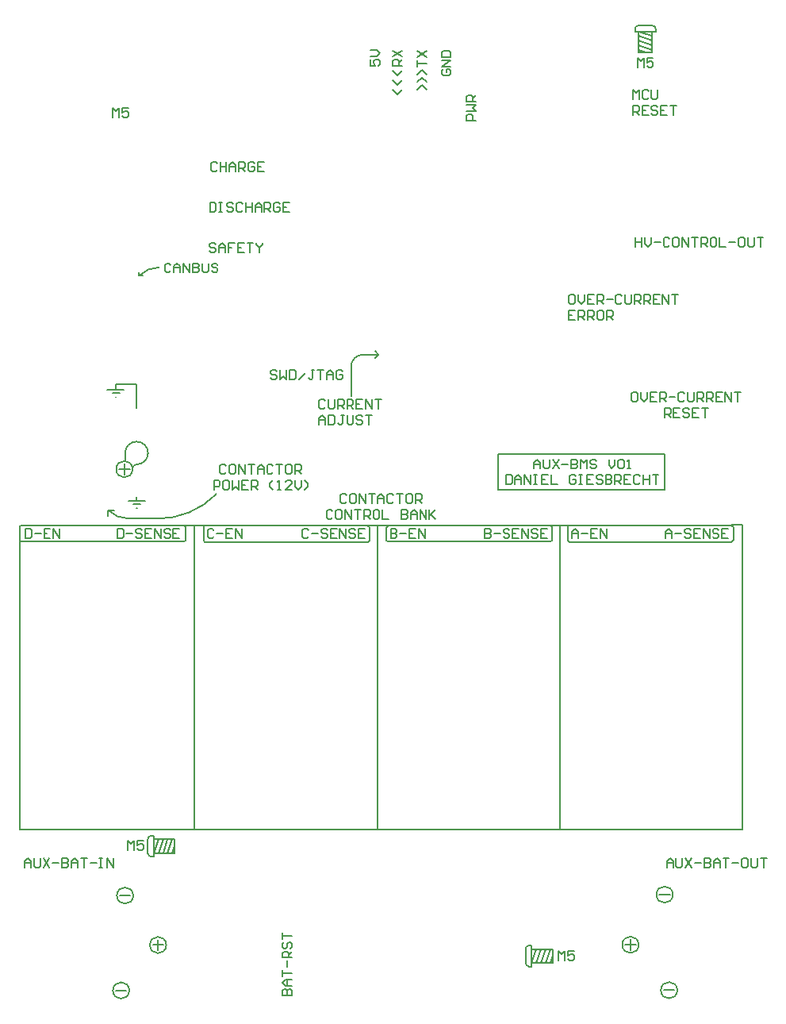
<source format=gto>
G04 Layer_Color=65535*
%FSLAX25Y25*%
%MOIN*%
G70*
G01*
G75*
%ADD76C,0.00787*%
%ADD77C,0.00800*%
D76*
X284941Y313386D02*
G03*
X283268Y311713I0J-1673D01*
G01*
X284941Y313386D02*
G03*
X289764Y318209I0J4823D01*
G01*
Y318209D02*
G03*
X284941Y323031I-4823J0D01*
G01*
X284941D02*
G03*
X280118Y318209I0J-4823D01*
G01*
X503199Y496260D02*
G03*
X501722Y497736I-1476J0D01*
G01*
X495915D02*
G03*
X494439Y496260I0J-1476D01*
G01*
X449902Y111368D02*
G03*
X448425Y109892I0J-1476D01*
G01*
Y104085D02*
G03*
X449902Y102608I1476J0D01*
G01*
X291142Y157529D02*
G03*
X289665Y156053I0J-1476D01*
G01*
Y150246D02*
G03*
X291142Y148770I1476J0D01*
G01*
X510335Y132776D02*
G03*
X510335Y132776I-3445J0D01*
G01*
X512205Y92618D02*
G03*
X512205Y92618I-3445J0D01*
G01*
X281890Y92520D02*
G03*
X281890Y92520I-3445J0D01*
G01*
X283563Y132382D02*
G03*
X283563Y132382I-3445J0D01*
G01*
X283268Y311417D02*
G03*
X283268Y311417I-3445J0D01*
G01*
X495965Y111713D02*
G03*
X495965Y111713I-3445J0D01*
G01*
X297441Y111614D02*
G03*
X297441Y111614I-3445J0D01*
G01*
X380098Y359547D02*
G03*
X375098Y354547I0J-5000D01*
G01*
X293792Y290650D02*
G03*
X318336Y300816I0J34711D01*
G01*
X318336Y300816D02*
G03*
X318406Y300984I-168J168D01*
G01*
X273039Y294185D02*
G03*
X281575Y290650I8535J8535D01*
G01*
X289764Y318209D02*
Y318209D01*
X280118Y314862D02*
Y318209D01*
X284941Y323031D02*
X284941D01*
X495915Y487402D02*
X498819Y486417D01*
X495915Y497736D02*
X501722D01*
X503199Y495276D02*
Y496260D01*
X494439Y495276D02*
Y496260D01*
Y495276D02*
X503199D01*
X501722Y486417D02*
Y495276D01*
X495915Y486417D02*
Y495276D01*
Y486417D02*
X501722D01*
X495915Y495276D02*
X501722Y493307D01*
X495915D02*
X501722Y491339D01*
X495915D02*
X501722Y489370D01*
X495915D02*
X501722Y487402D01*
X495915Y486959D02*
Y487402D01*
Y486959D02*
X496063Y486811D01*
X458760Y104085D02*
X459744Y106988D01*
X448425Y104085D02*
Y109892D01*
X449902Y111368D02*
X450886D01*
X449902Y102608D02*
X450886D01*
Y111368D01*
Y109892D02*
X459744D01*
X450886Y104085D02*
X459744D01*
Y109892D01*
X450886Y104085D02*
X452854Y109892D01*
Y104085D02*
X454823Y109892D01*
Y104085D02*
X456791Y109892D01*
Y104085D02*
X458760Y109892D01*
X458760Y104085D02*
X459203D01*
X459350Y104232D01*
X300000Y150246D02*
X300984Y153150D01*
X289665Y150246D02*
Y156053D01*
X291142Y157529D02*
X292126D01*
X291142Y148770D02*
X292126D01*
Y157529D01*
Y156053D02*
X300984D01*
X292126Y150246D02*
X300984D01*
Y156053D01*
X292126Y150246D02*
X294094Y156053D01*
Y150246D02*
X296063Y156053D01*
Y150246D02*
X298031Y156053D01*
Y150246D02*
X300000Y156053D01*
X300000Y150246D02*
X300443D01*
X300591Y150394D01*
X504626Y132776D02*
X509154D01*
X506496Y92618D02*
X511024D01*
X276181Y92520D02*
X280709D01*
X277854Y132382D02*
X282382D01*
X285039Y298130D02*
Y299705D01*
X284990Y298130D02*
X285039D01*
X284941Y337205D02*
Y347047D01*
X276181D02*
X284941D01*
X276181Y344783D02*
Y347047D01*
X276132Y344783D02*
X276181D01*
X276083Y341732D02*
X276378D01*
X274803Y343307D02*
X277756D01*
X272638Y344783D02*
X279626D01*
X284941Y295079D02*
X285236D01*
X283661Y296654D02*
X286614D01*
X281496Y298130D02*
X288484D01*
X273039Y294185D02*
X275492D01*
X273031Y291732D02*
Y294185D01*
X273039D01*
X279823Y309154D02*
Y313681D01*
X277559Y311417D02*
X282087D01*
X492520Y109449D02*
Y113976D01*
X490256Y111713D02*
X494783D01*
X291732Y111614D02*
X296260D01*
X293996Y109350D02*
Y113878D01*
X235827Y281594D02*
Y287402D01*
X236319Y287894D01*
X304823D01*
X305512Y287205D01*
Y281594D02*
Y287205D01*
X304921Y281004D02*
X305512Y281594D01*
X236417Y281004D02*
X304921D01*
X235827Y281594D02*
X236417Y281004D01*
X313090Y281496D02*
X313681Y280906D01*
X382185D01*
X382776Y281496D01*
Y287106D01*
X381988Y287894D02*
X382776Y287106D01*
X313681Y287894D02*
X381988D01*
X313090Y287303D02*
X313681Y287894D01*
X313090Y281496D02*
Y287303D01*
X389961Y281594D02*
X390551Y281004D01*
X459055D01*
X459646Y281594D01*
Y287205D01*
X458957Y287894D02*
X459646Y287205D01*
X391043Y287894D02*
X458957D01*
X389961Y286811D02*
X391043Y287894D01*
X389961Y281594D02*
Y286811D01*
X466142Y281496D02*
X466732Y280906D01*
X534449D01*
X535827Y281791D02*
Y287106D01*
X535039Y287894D02*
X535827Y287106D01*
X466732Y287894D02*
X535039D01*
X466142Y287303D02*
X466732Y287894D01*
X466142Y281496D02*
Y287303D01*
X385138Y361024D02*
X386614Y359547D01*
X385138Y358071D02*
X386614Y359547D01*
X380098D02*
X386614D01*
X375098Y342224D02*
Y354547D01*
X437008Y317618D02*
X506890D01*
X437008Y302854D02*
Y317618D01*
Y302854D02*
X506890D01*
Y317618D01*
X281575Y290650D02*
X293792D01*
X318336Y300816D02*
X318336Y300816D01*
X493504Y466750D02*
Y470686D01*
X494816Y469374D01*
X496128Y470686D01*
Y466750D01*
X500064Y470030D02*
X499407Y470686D01*
X498096D01*
X497440Y470030D01*
Y467406D01*
X498096Y466750D01*
X499407D01*
X500064Y467406D01*
X501375Y470686D02*
Y467406D01*
X502031Y466750D01*
X503343D01*
X503999Y467406D01*
Y470686D01*
X493504Y460138D02*
Y464074D01*
X495472D01*
X496128Y463418D01*
Y462106D01*
X495472Y461450D01*
X493504D01*
X494816D02*
X496128Y460138D01*
X500064Y464074D02*
X497440D01*
Y460138D01*
X500064D01*
X497440Y462106D02*
X498752D01*
X503999Y463418D02*
X503343Y464074D01*
X502031D01*
X501375Y463418D01*
Y462762D01*
X502031Y462106D01*
X503343D01*
X503999Y461450D01*
Y460794D01*
X503343Y460138D01*
X502031D01*
X501375Y460794D01*
X507935Y464074D02*
X505311D01*
Y460138D01*
X507935D01*
X505311Y462106D02*
X506623D01*
X509247Y464074D02*
X511871D01*
X510559D01*
Y460138D01*
X373266Y300444D02*
X372610Y301100D01*
X371298D01*
X370642Y300444D01*
Y297820D01*
X371298Y297164D01*
X372610D01*
X373266Y297820D01*
X376546Y301100D02*
X375234D01*
X374578Y300444D01*
Y297820D01*
X375234Y297164D01*
X376546D01*
X377202Y297820D01*
Y300444D01*
X376546Y301100D01*
X378514Y297164D02*
Y301100D01*
X381137Y297164D01*
Y301100D01*
X382449D02*
X385073D01*
X383761D01*
Y297164D01*
X386385D02*
Y299788D01*
X387697Y301100D01*
X389009Y299788D01*
Y297164D01*
Y299132D01*
X386385D01*
X392945Y300444D02*
X392288Y301100D01*
X390977D01*
X390321Y300444D01*
Y297820D01*
X390977Y297164D01*
X392288D01*
X392945Y297820D01*
X394256Y301100D02*
X396880D01*
X395568D01*
Y297164D01*
X400160Y301100D02*
X398848D01*
X398192Y300444D01*
Y297820D01*
X398848Y297164D01*
X400160D01*
X400816Y297820D01*
Y300444D01*
X400160Y301100D01*
X402128Y297164D02*
Y301100D01*
X404096D01*
X404752Y300444D01*
Y299132D01*
X404096Y298476D01*
X402128D01*
X403440D02*
X404752Y297164D01*
X367362Y293831D02*
X366706Y294487D01*
X365394D01*
X364738Y293831D01*
Y291207D01*
X365394Y290551D01*
X366706D01*
X367362Y291207D01*
X370642Y294487D02*
X369330D01*
X368674Y293831D01*
Y291207D01*
X369330Y290551D01*
X370642D01*
X371298Y291207D01*
Y293831D01*
X370642Y294487D01*
X372610Y290551D02*
Y294487D01*
X375234Y290551D01*
Y294487D01*
X376546D02*
X379169D01*
X377857D01*
Y290551D01*
X380481D02*
Y294487D01*
X382449D01*
X383105Y293831D01*
Y292519D01*
X382449Y291863D01*
X380481D01*
X381793D02*
X383105Y290551D01*
X386385Y294487D02*
X385073D01*
X384417Y293831D01*
Y291207D01*
X385073Y290551D01*
X386385D01*
X387041Y291207D01*
Y293831D01*
X386385Y294487D01*
X388353D02*
Y290551D01*
X390977D01*
X396224Y294487D02*
Y290551D01*
X398192D01*
X398848Y291207D01*
Y291863D01*
X398192Y292519D01*
X396224D01*
X398192D01*
X398848Y293175D01*
Y293831D01*
X398192Y294487D01*
X396224D01*
X400160Y290551D02*
Y293175D01*
X401472Y294487D01*
X402784Y293175D01*
Y290551D01*
Y292519D01*
X400160D01*
X404096Y290551D02*
Y294487D01*
X406720Y290551D01*
Y294487D01*
X408032D02*
Y290551D01*
Y291863D01*
X410655Y294487D01*
X408687Y292519D01*
X410655Y290551D01*
X494980Y343619D02*
X493668D01*
X493012Y342963D01*
Y340339D01*
X493668Y339684D01*
X494980D01*
X495636Y340339D01*
Y342963D01*
X494980Y343619D01*
X496947D02*
Y340995D01*
X498259Y339684D01*
X499571Y340995D01*
Y343619D01*
X503507D02*
X500883D01*
Y339684D01*
X503507D01*
X500883Y341651D02*
X502195D01*
X504819Y339684D02*
Y343619D01*
X506787D01*
X507443Y342963D01*
Y341651D01*
X506787Y340995D01*
X504819D01*
X506131D02*
X507443Y339684D01*
X508755Y341651D02*
X511379D01*
X515314Y342963D02*
X514658Y343619D01*
X513346D01*
X512690Y342963D01*
Y340339D01*
X513346Y339684D01*
X514658D01*
X515314Y340339D01*
X516626Y343619D02*
Y340339D01*
X517282Y339684D01*
X518594D01*
X519250Y340339D01*
Y343619D01*
X520562Y339684D02*
Y343619D01*
X522530D01*
X523186Y342963D01*
Y341651D01*
X522530Y340995D01*
X520562D01*
X521874D02*
X523186Y339684D01*
X524498D02*
Y343619D01*
X526466D01*
X527122Y342963D01*
Y341651D01*
X526466Y340995D01*
X524498D01*
X525810D02*
X527122Y339684D01*
X531057Y343619D02*
X528434D01*
Y339684D01*
X531057D01*
X528434Y341651D02*
X529745D01*
X532369Y339684D02*
Y343619D01*
X534993Y339684D01*
Y343619D01*
X536305D02*
X538929D01*
X537617D01*
Y339684D01*
X506787Y333071D02*
Y337007D01*
X508755D01*
X509411Y336351D01*
Y335039D01*
X508755Y334383D01*
X506787D01*
X508099D02*
X509411Y333071D01*
X513346Y337007D02*
X510723D01*
Y333071D01*
X513346D01*
X510723Y335039D02*
X512035D01*
X517282Y336351D02*
X516626Y337007D01*
X515314D01*
X514658Y336351D01*
Y335695D01*
X515314Y335039D01*
X516626D01*
X517282Y334383D01*
Y333727D01*
X516626Y333071D01*
X515314D01*
X514658Y333727D01*
X521218Y337007D02*
X518594D01*
Y333071D01*
X521218D01*
X518594Y335039D02*
X519906D01*
X522530Y337007D02*
X525154D01*
X523842D01*
Y333071D01*
X322675Y312747D02*
X322019Y313403D01*
X320707D01*
X320051Y312747D01*
Y310123D01*
X320707Y309467D01*
X322019D01*
X322675Y310123D01*
X325955Y313403D02*
X324643D01*
X323987Y312747D01*
Y310123D01*
X324643Y309467D01*
X325955D01*
X326611Y310123D01*
Y312747D01*
X325955Y313403D01*
X327923Y309467D02*
Y313403D01*
X330547Y309467D01*
Y313403D01*
X331859D02*
X334483D01*
X333171D01*
Y309467D01*
X335794D02*
Y312091D01*
X337106Y313403D01*
X338418Y312091D01*
Y309467D01*
Y311435D01*
X335794D01*
X342354Y312747D02*
X341698Y313403D01*
X340386D01*
X339730Y312747D01*
Y310123D01*
X340386Y309467D01*
X341698D01*
X342354Y310123D01*
X343666Y313403D02*
X346290D01*
X344978D01*
Y309467D01*
X349570Y313403D02*
X348258D01*
X347602Y312747D01*
Y310123D01*
X348258Y309467D01*
X349570D01*
X350225Y310123D01*
Y312747D01*
X349570Y313403D01*
X351537Y309467D02*
Y313403D01*
X353505D01*
X354161Y312747D01*
Y311435D01*
X353505Y310779D01*
X351537D01*
X352849D02*
X354161Y309467D01*
X317428Y302854D02*
Y306790D01*
X319395D01*
X320051Y306134D01*
Y304822D01*
X319395Y304166D01*
X317428D01*
X323331Y306790D02*
X322019D01*
X321363Y306134D01*
Y303510D01*
X322019Y302854D01*
X323331D01*
X323987Y303510D01*
Y306134D01*
X323331Y306790D01*
X325299D02*
Y302854D01*
X326611Y304166D01*
X327923Y302854D01*
Y306790D01*
X331859D02*
X329235D01*
Y302854D01*
X331859D01*
X329235Y304822D02*
X330547D01*
X333171Y302854D02*
Y306790D01*
X335138D01*
X335794Y306134D01*
Y304822D01*
X335138Y304166D01*
X333171D01*
X334483D02*
X335794Y302854D01*
X342354D02*
X341042Y304166D01*
Y305478D01*
X342354Y306790D01*
X344322Y302854D02*
X345634D01*
X344978D01*
Y306790D01*
X344322Y306134D01*
X350225Y302854D02*
X347602D01*
X350225Y305478D01*
Y306134D01*
X349570Y306790D01*
X348258D01*
X347602Y306134D01*
X351537Y306790D02*
Y304166D01*
X352849Y302854D01*
X354161Y304166D01*
Y306790D01*
X355473Y302854D02*
X356785Y304166D01*
Y305478D01*
X355473Y306790D01*
X451909Y311632D02*
Y314256D01*
X453221Y315568D01*
X454533Y314256D01*
Y311632D01*
Y313600D01*
X451909D01*
X455845Y315568D02*
Y312288D01*
X456501Y311632D01*
X457813D01*
X458469Y312288D01*
Y315568D01*
X459781D02*
X462405Y311632D01*
Y315568D02*
X459781Y311632D01*
X463717Y313600D02*
X466340D01*
X467652Y315568D02*
Y311632D01*
X469620D01*
X470276Y312288D01*
Y312944D01*
X469620Y313600D01*
X467652D01*
X469620D01*
X470276Y314256D01*
Y314912D01*
X469620Y315568D01*
X467652D01*
X471588Y311632D02*
Y315568D01*
X472900Y314256D01*
X474212Y315568D01*
Y311632D01*
X478148Y314912D02*
X477492Y315568D01*
X476180D01*
X475524Y314912D01*
Y314256D01*
X476180Y313600D01*
X477492D01*
X478148Y312944D01*
Y312288D01*
X477492Y311632D01*
X476180D01*
X475524Y312288D01*
X483395Y315568D02*
Y312944D01*
X484707Y311632D01*
X486019Y312944D01*
Y315568D01*
X487331Y314912D02*
X487987Y315568D01*
X489299D01*
X489955Y314912D01*
Y312288D01*
X489299Y311632D01*
X487987D01*
X487331Y312288D01*
Y314912D01*
X491267Y311632D02*
X492579D01*
X491923D01*
Y315568D01*
X491267Y314912D01*
X440102Y308955D02*
Y305020D01*
X442070D01*
X442726Y305676D01*
Y308299D01*
X442070Y308955D01*
X440102D01*
X444038Y305020D02*
Y307644D01*
X445350Y308955D01*
X446662Y307644D01*
Y305020D01*
Y306988D01*
X444038D01*
X447974Y305020D02*
Y308955D01*
X450597Y305020D01*
Y308955D01*
X451909D02*
X453221D01*
X452565D01*
Y305020D01*
X451909D01*
X453221D01*
X457813Y308955D02*
X455189D01*
Y305020D01*
X457813D01*
X455189Y306988D02*
X456501D01*
X459125Y308955D02*
Y305020D01*
X461749D01*
X469620Y308299D02*
X468964Y308955D01*
X467652D01*
X466996Y308299D01*
Y305676D01*
X467652Y305020D01*
X468964D01*
X469620Y305676D01*
Y306988D01*
X468308D01*
X470932Y308955D02*
X472244D01*
X471588D01*
Y305020D01*
X470932D01*
X472244D01*
X476836Y308955D02*
X474212D01*
Y305020D01*
X476836D01*
X474212Y306988D02*
X475524D01*
X480771Y308299D02*
X480116Y308955D01*
X478804D01*
X478148Y308299D01*
Y307644D01*
X478804Y306988D01*
X480116D01*
X480771Y306332D01*
Y305676D01*
X480116Y305020D01*
X478804D01*
X478148Y305676D01*
X482083Y308955D02*
Y305020D01*
X484051D01*
X484707Y305676D01*
Y306332D01*
X484051Y306988D01*
X482083D01*
X484051D01*
X484707Y307644D01*
Y308299D01*
X484051Y308955D01*
X482083D01*
X486019Y305020D02*
Y308955D01*
X487987D01*
X488643Y308299D01*
Y306988D01*
X487987Y306332D01*
X486019D01*
X487331D02*
X488643Y305020D01*
X492579Y308955D02*
X489955D01*
Y305020D01*
X492579D01*
X489955Y306988D02*
X491267D01*
X496515Y308299D02*
X495858Y308955D01*
X494547D01*
X493891Y308299D01*
Y305676D01*
X494547Y305020D01*
X495858D01*
X496515Y305676D01*
X497826Y308955D02*
Y305020D01*
Y306988D01*
X500450D01*
Y308955D01*
Y305020D01*
X501762Y308955D02*
X504386D01*
X503074D01*
Y305020D01*
X364238Y340109D02*
X363582Y340765D01*
X362270D01*
X361614Y340109D01*
Y337485D01*
X362270Y336829D01*
X363582D01*
X364238Y337485D01*
X365550Y340765D02*
Y337485D01*
X366206Y336829D01*
X367518D01*
X368174Y337485D01*
Y340765D01*
X369486Y336829D02*
Y340765D01*
X371453D01*
X372110Y340109D01*
Y338797D01*
X371453Y338141D01*
X369486D01*
X370798D02*
X372110Y336829D01*
X373421D02*
Y340765D01*
X375389D01*
X376045Y340109D01*
Y338797D01*
X375389Y338141D01*
X373421D01*
X374733D02*
X376045Y336829D01*
X379981Y340765D02*
X377357D01*
Y336829D01*
X379981D01*
X377357Y338797D02*
X378669D01*
X381293Y336829D02*
Y340765D01*
X383917Y336829D01*
Y340765D01*
X385229D02*
X387852D01*
X386541D01*
Y336829D01*
X361614Y330217D02*
Y332840D01*
X362926Y334152D01*
X364238Y332840D01*
Y330217D01*
Y332184D01*
X361614D01*
X365550Y334152D02*
Y330217D01*
X367518D01*
X368174Y330873D01*
Y333496D01*
X367518Y334152D01*
X365550D01*
X372110D02*
X370798D01*
X371453D01*
Y330873D01*
X370798Y330217D01*
X370142D01*
X369486Y330873D01*
X373421Y334152D02*
Y330873D01*
X374077Y330217D01*
X375389D01*
X376045Y330873D01*
Y334152D01*
X379981Y333496D02*
X379325Y334152D01*
X378013D01*
X377357Y333496D01*
Y332840D01*
X378013Y332184D01*
X379325D01*
X379981Y331528D01*
Y330873D01*
X379325Y330217D01*
X378013D01*
X377357Y330873D01*
X381293Y334152D02*
X383917D01*
X382605D01*
Y330217D01*
X343962Y352394D02*
X343306Y353050D01*
X341995D01*
X341339Y352394D01*
Y351738D01*
X341995Y351082D01*
X343306D01*
X343962Y350426D01*
Y349770D01*
X343306Y349114D01*
X341995D01*
X341339Y349770D01*
X345274Y353050D02*
Y349114D01*
X346586Y350426D01*
X347898Y349114D01*
Y353050D01*
X349210D02*
Y349114D01*
X351178D01*
X351834Y349770D01*
Y352394D01*
X351178Y353050D01*
X349210D01*
X353146Y349114D02*
X355770Y351738D01*
X359705Y353050D02*
X358393D01*
X359049D01*
Y349770D01*
X358393Y349114D01*
X357737D01*
X357082Y349770D01*
X361017Y353050D02*
X363641D01*
X362329D01*
Y349114D01*
X364953D02*
Y351738D01*
X366265Y353050D01*
X367577Y351738D01*
Y349114D01*
Y351082D01*
X364953D01*
X371513Y352394D02*
X370857Y353050D01*
X369545D01*
X368889Y352394D01*
Y349770D01*
X369545Y349114D01*
X370857D01*
X371513Y349770D01*
Y351082D01*
X370201D01*
X468661Y384820D02*
X467349D01*
X466693Y384164D01*
Y381540D01*
X467349Y380884D01*
X468661D01*
X469317Y381540D01*
Y384164D01*
X468661Y384820D01*
X470629D02*
Y382196D01*
X471941Y380884D01*
X473252Y382196D01*
Y384820D01*
X477188D02*
X474564D01*
Y380884D01*
X477188D01*
X474564Y382852D02*
X475876D01*
X478500Y380884D02*
Y384820D01*
X480468D01*
X481124Y384164D01*
Y382852D01*
X480468Y382196D01*
X478500D01*
X479812D02*
X481124Y380884D01*
X482436Y382852D02*
X485060D01*
X488995Y384164D02*
X488340Y384820D01*
X487028D01*
X486372Y384164D01*
Y381540D01*
X487028Y380884D01*
X488340D01*
X488995Y381540D01*
X490307Y384820D02*
Y381540D01*
X490963Y380884D01*
X492275D01*
X492931Y381540D01*
Y384820D01*
X494243Y380884D02*
Y384820D01*
X496211D01*
X496867Y384164D01*
Y382852D01*
X496211Y382196D01*
X494243D01*
X495555D02*
X496867Y380884D01*
X498179D02*
Y384820D01*
X500147D01*
X500803Y384164D01*
Y382852D01*
X500147Y382196D01*
X498179D01*
X499491D02*
X500803Y380884D01*
X504738Y384820D02*
X502115D01*
Y380884D01*
X504738D01*
X502115Y382852D02*
X503427D01*
X506050Y380884D02*
Y384820D01*
X508674Y380884D01*
Y384820D01*
X509986D02*
X512610D01*
X511298D01*
Y380884D01*
X469317Y378207D02*
X466693D01*
Y374272D01*
X469317D01*
X466693Y376239D02*
X468005D01*
X470629Y374272D02*
Y378207D01*
X472597D01*
X473252Y377551D01*
Y376239D01*
X472597Y375584D01*
X470629D01*
X471941D02*
X473252Y374272D01*
X474564D02*
Y378207D01*
X476532D01*
X477188Y377551D01*
Y376239D01*
X476532Y375584D01*
X474564D01*
X475876D02*
X477188Y374272D01*
X480468Y378207D02*
X479156D01*
X478500Y377551D01*
Y374928D01*
X479156Y374272D01*
X480468D01*
X481124Y374928D01*
Y377551D01*
X480468Y378207D01*
X482436Y374272D02*
Y378207D01*
X484404D01*
X485060Y377551D01*
Y376239D01*
X484404Y375584D01*
X482436D01*
X483748D02*
X485060Y374272D01*
X495472Y480118D02*
Y484054D01*
X496784Y482742D01*
X498096Y484054D01*
Y480118D01*
X502032Y484054D02*
X499408D01*
Y482086D01*
X500720Y482742D01*
X501376D01*
X502032Y482086D01*
Y480774D01*
X501376Y480118D01*
X500064D01*
X499408Y480774D01*
X462205Y105217D02*
Y109152D01*
X463517Y107840D01*
X464828Y109152D01*
Y105217D01*
X468764Y109152D02*
X466140D01*
Y107184D01*
X467452Y107840D01*
X468108D01*
X468764Y107184D01*
Y105872D01*
X468108Y105217D01*
X466796D01*
X466140Y105872D01*
X281201Y151378D02*
Y155314D01*
X282513Y154002D01*
X283825Y155314D01*
Y151378D01*
X287760Y155314D02*
X285137D01*
Y153346D01*
X286448Y154002D01*
X287104D01*
X287760Y153346D01*
Y152034D01*
X287104Y151378D01*
X285792D01*
X285137Y152034D01*
X274902Y459154D02*
Y463089D01*
X276214Y461777D01*
X277525Y463089D01*
Y459154D01*
X281461Y463089D02*
X278837D01*
Y461121D01*
X280149Y461777D01*
X280805D01*
X281461Y461121D01*
Y459809D01*
X280805Y459154D01*
X279493D01*
X278837Y459809D01*
X494587Y408857D02*
Y404921D01*
Y406889D01*
X497210D01*
Y408857D01*
Y404921D01*
X498522Y408857D02*
Y406233D01*
X499834Y404921D01*
X501146Y406233D01*
Y408857D01*
X502458Y406889D02*
X505082D01*
X509018Y408201D02*
X508362Y408857D01*
X507050D01*
X506394Y408201D01*
Y405577D01*
X507050Y404921D01*
X508362D01*
X509018Y405577D01*
X512297Y408857D02*
X510986D01*
X510330Y408201D01*
Y405577D01*
X510986Y404921D01*
X512297D01*
X512953Y405577D01*
Y408201D01*
X512297Y408857D01*
X514265Y404921D02*
Y408857D01*
X516889Y404921D01*
Y408857D01*
X518201D02*
X520825D01*
X519513D01*
Y404921D01*
X522137D02*
Y408857D01*
X524105D01*
X524761Y408201D01*
Y406889D01*
X524105Y406233D01*
X522137D01*
X523449D02*
X524761Y404921D01*
X528040Y408857D02*
X526728D01*
X526073Y408201D01*
Y405577D01*
X526728Y404921D01*
X528040D01*
X528696Y405577D01*
Y408201D01*
X528040Y408857D01*
X530008D02*
Y404921D01*
X532632D01*
X533944Y406889D02*
X536568D01*
X539848Y408857D02*
X538536D01*
X537880Y408201D01*
Y405577D01*
X538536Y404921D01*
X539848D01*
X540504Y405577D01*
Y408201D01*
X539848Y408857D01*
X541816D02*
Y405577D01*
X542472Y404921D01*
X543783D01*
X544439Y405577D01*
Y408857D01*
X545751D02*
X548375D01*
X547063D01*
Y404921D01*
X237894Y144193D02*
Y146817D01*
X239206Y148129D01*
X240517Y146817D01*
Y144193D01*
Y146161D01*
X237894D01*
X241829Y148129D02*
Y144849D01*
X242485Y144193D01*
X243797D01*
X244453Y144849D01*
Y148129D01*
X245765D02*
X248389Y144193D01*
Y148129D02*
X245765Y144193D01*
X249701Y146161D02*
X252325D01*
X253637Y148129D02*
Y144193D01*
X255605D01*
X256260Y144849D01*
Y145505D01*
X255605Y146161D01*
X253637D01*
X255605D01*
X256260Y146817D01*
Y147473D01*
X255605Y148129D01*
X253637D01*
X257572Y144193D02*
Y146817D01*
X258884Y148129D01*
X260196Y146817D01*
Y144193D01*
Y146161D01*
X257572D01*
X261508Y148129D02*
X264132D01*
X262820D01*
Y144193D01*
X265444Y146161D02*
X268068D01*
X269380Y148129D02*
X270691D01*
X270036D01*
Y144193D01*
X269380D01*
X270691D01*
X272659D02*
Y148129D01*
X275283Y144193D01*
Y148129D01*
X507776Y144193D02*
Y146817D01*
X509088Y148129D01*
X510399Y146817D01*
Y144193D01*
Y146161D01*
X507776D01*
X511711Y148129D02*
Y144849D01*
X512367Y144193D01*
X513679D01*
X514335Y144849D01*
Y148129D01*
X515647D02*
X518271Y144193D01*
Y148129D02*
X515647Y144193D01*
X519583Y146161D02*
X522207D01*
X523519Y148129D02*
Y144193D01*
X525486D01*
X526142Y144849D01*
Y145505D01*
X525486Y146161D01*
X523519D01*
X525486D01*
X526142Y146817D01*
Y147473D01*
X525486Y148129D01*
X523519D01*
X527454Y144193D02*
Y146817D01*
X528766Y148129D01*
X530078Y146817D01*
Y144193D01*
Y146161D01*
X527454D01*
X531390Y148129D02*
X534014D01*
X532702D01*
Y144193D01*
X535326Y146161D02*
X537950D01*
X541229Y148129D02*
X539918D01*
X539261Y147473D01*
Y144849D01*
X539918Y144193D01*
X541229D01*
X541885Y144849D01*
Y147473D01*
X541229Y148129D01*
X543197D02*
Y144849D01*
X543853Y144193D01*
X545165D01*
X545821Y144849D01*
Y148129D01*
X547133D02*
X549757D01*
X548445D01*
Y144193D01*
X383171Y483529D02*
Y480905D01*
X385138D01*
X384483Y482217D01*
Y482873D01*
X385138Y483529D01*
X386450D01*
X387106Y482873D01*
Y481562D01*
X386450Y480905D01*
X383171Y484841D02*
X385794D01*
X387106Y486153D01*
X385794Y487465D01*
X383171D01*
X413748Y479297D02*
X413092Y478641D01*
Y477329D01*
X413748Y476673D01*
X416372D01*
X417028Y477329D01*
Y478641D01*
X416372Y479297D01*
X415060D01*
Y477985D01*
X417028Y480609D02*
X413092D01*
X417028Y483233D01*
X413092D01*
Y484545D02*
X417028D01*
Y486513D01*
X416372Y487169D01*
X413748D01*
X413092Y486513D01*
Y484545D01*
X396654Y470865D02*
X394686Y468898D01*
X392718Y470865D01*
X396654Y474801D02*
X394686Y472833D01*
X392718Y474801D01*
X396654Y478737D02*
X394686Y476769D01*
X392718Y478737D01*
X396654Y480705D02*
X392718D01*
Y482673D01*
X393374Y483329D01*
X394686D01*
X395342Y482673D01*
Y480705D01*
Y482017D02*
X396654Y483329D01*
X392718Y484641D02*
X396654Y487264D01*
X392718D02*
X396654Y484641D01*
X406988Y470669D02*
X405020Y472637D01*
X403052Y470669D01*
X406988Y473949D02*
X405020Y475917D01*
X403052Y473949D01*
X406988Y477229D02*
X405020Y479197D01*
X403052Y477229D01*
Y480509D02*
Y483132D01*
Y481820D01*
X406988D01*
X403052Y484444D02*
X406988Y487068D01*
X403052D02*
X406988Y484444D01*
X427559Y457874D02*
X423623D01*
Y459842D01*
X424279Y460498D01*
X425591D01*
X426247Y459842D01*
Y457874D01*
X423623Y461810D02*
X427559D01*
X426247Y463122D01*
X427559Y464434D01*
X423623D01*
X427559Y465745D02*
X423623D01*
Y467713D01*
X424279Y468369D01*
X425591D01*
X426247Y467713D01*
Y465745D01*
Y467057D02*
X427559Y468369D01*
X238189Y286416D02*
Y282480D01*
X240157D01*
X240813Y283136D01*
Y285760D01*
X240157Y286416D01*
X238189D01*
X242125Y284448D02*
X244748D01*
X248684Y286416D02*
X246060D01*
Y282480D01*
X248684D01*
X246060Y284448D02*
X247372D01*
X249996Y282480D02*
Y286416D01*
X252620Y282480D01*
Y286416D01*
X317388Y285760D02*
X316732Y286416D01*
X315420D01*
X314764Y285760D01*
Y283136D01*
X315420Y282480D01*
X316732D01*
X317388Y283136D01*
X318700Y284448D02*
X321323D01*
X325259Y286416D02*
X322635D01*
Y282480D01*
X325259D01*
X322635Y284448D02*
X323947D01*
X326571Y282480D02*
Y286416D01*
X329195Y282480D01*
Y286416D01*
X391732D02*
Y282480D01*
X393700D01*
X394356Y283136D01*
Y283792D01*
X393700Y284448D01*
X391732D01*
X393700D01*
X394356Y285104D01*
Y285760D01*
X393700Y286416D01*
X391732D01*
X395668Y284448D02*
X398292D01*
X402228Y286416D02*
X399604D01*
Y282480D01*
X402228D01*
X399604Y284448D02*
X400916D01*
X403540Y282480D02*
Y286416D01*
X406163Y282480D01*
Y286416D01*
X468012Y282480D02*
Y285104D01*
X469324Y286416D01*
X470636Y285104D01*
Y282480D01*
Y284448D01*
X468012D01*
X471947D02*
X474571D01*
X478507Y286416D02*
X475883D01*
Y282480D01*
X478507D01*
X475883Y284448D02*
X477195D01*
X479819Y282480D02*
Y286416D01*
X482443Y282480D01*
Y286416D01*
X507382Y282480D02*
Y285104D01*
X508694Y286416D01*
X510006Y285104D01*
Y282480D01*
Y284448D01*
X507382D01*
X511318D02*
X513941D01*
X517877Y285760D02*
X517221Y286416D01*
X515909D01*
X515253Y285760D01*
Y285104D01*
X515909Y284448D01*
X517221D01*
X517877Y283792D01*
Y283136D01*
X517221Y282480D01*
X515909D01*
X515253Y283136D01*
X521813Y286416D02*
X519189D01*
Y282480D01*
X521813D01*
X519189Y284448D02*
X520501D01*
X523125Y282480D02*
Y286416D01*
X525749Y282480D01*
Y286416D01*
X529684Y285760D02*
X529029Y286416D01*
X527717D01*
X527061Y285760D01*
Y285104D01*
X527717Y284448D01*
X529029D01*
X529684Y283792D01*
Y283136D01*
X529029Y282480D01*
X527717D01*
X527061Y283136D01*
X533620Y286416D02*
X530996D01*
Y282480D01*
X533620D01*
X530996Y284448D02*
X532308D01*
X431201Y286416D02*
Y282480D01*
X433169D01*
X433825Y283136D01*
Y283792D01*
X433169Y284448D01*
X431201D01*
X433169D01*
X433825Y285104D01*
Y285760D01*
X433169Y286416D01*
X431201D01*
X435137Y284448D02*
X437760D01*
X441696Y285760D02*
X441040Y286416D01*
X439728D01*
X439072Y285760D01*
Y285104D01*
X439728Y284448D01*
X441040D01*
X441696Y283792D01*
Y283136D01*
X441040Y282480D01*
X439728D01*
X439072Y283136D01*
X445632Y286416D02*
X443008D01*
Y282480D01*
X445632D01*
X443008Y284448D02*
X444320D01*
X446944Y282480D02*
Y286416D01*
X449568Y282480D01*
Y286416D01*
X453503Y285760D02*
X452847Y286416D01*
X451536D01*
X450879Y285760D01*
Y285104D01*
X451536Y284448D01*
X452847D01*
X453503Y283792D01*
Y283136D01*
X452847Y282480D01*
X451536D01*
X450879Y283136D01*
X457439Y286416D02*
X454815D01*
Y282480D01*
X457439D01*
X454815Y284448D02*
X456127D01*
X357250Y285760D02*
X356594Y286416D01*
X355282D01*
X354626Y285760D01*
Y283136D01*
X355282Y282480D01*
X356594D01*
X357250Y283136D01*
X358562Y284448D02*
X361186D01*
X365121Y285760D02*
X364465Y286416D01*
X363153D01*
X362497Y285760D01*
Y285104D01*
X363153Y284448D01*
X364465D01*
X365121Y283792D01*
Y283136D01*
X364465Y282480D01*
X363153D01*
X362497Y283136D01*
X369057Y286416D02*
X366433D01*
Y282480D01*
X369057D01*
X366433Y284448D02*
X367745D01*
X370369Y282480D02*
Y286416D01*
X372993Y282480D01*
Y286416D01*
X376928Y285760D02*
X376273Y286416D01*
X374961D01*
X374305Y285760D01*
Y285104D01*
X374961Y284448D01*
X376273D01*
X376928Y283792D01*
Y283136D01*
X376273Y282480D01*
X374961D01*
X374305Y283136D01*
X380864Y286416D02*
X378240D01*
Y282480D01*
X380864D01*
X378240Y284448D02*
X379552D01*
X276772Y286416D02*
Y282480D01*
X278740D01*
X279396Y283136D01*
Y285760D01*
X278740Y286416D01*
X276772D01*
X280707Y284448D02*
X283331D01*
X287267Y285760D02*
X286611Y286416D01*
X285299D01*
X284643Y285760D01*
Y285104D01*
X285299Y284448D01*
X286611D01*
X287267Y283792D01*
Y283136D01*
X286611Y282480D01*
X285299D01*
X284643Y283136D01*
X291203Y286416D02*
X288579D01*
Y282480D01*
X291203D01*
X288579Y284448D02*
X289891D01*
X292515Y282480D02*
Y286416D01*
X295138Y282480D01*
Y286416D01*
X299074Y285760D02*
X298418Y286416D01*
X297106D01*
X296450Y285760D01*
Y285104D01*
X297106Y284448D01*
X298418D01*
X299074Y283792D01*
Y283136D01*
X298418Y282480D01*
X297106D01*
X296450Y283136D01*
X303010Y286416D02*
X300386D01*
Y282480D01*
X303010D01*
X300386Y284448D02*
X301698D01*
X346163Y90551D02*
X350098D01*
Y92519D01*
X349443Y93175D01*
X348786D01*
X348131Y92519D01*
Y90551D01*
Y92519D01*
X347475Y93175D01*
X346819D01*
X346163Y92519D01*
Y90551D01*
X350098Y94487D02*
X347475D01*
X346163Y95799D01*
X347475Y97111D01*
X350098D01*
X348131D01*
Y94487D01*
X346163Y98423D02*
Y101047D01*
Y99735D01*
X350098D01*
X348131Y102358D02*
Y104982D01*
X350098Y106294D02*
X346163D01*
Y108262D01*
X346819Y108918D01*
X348131D01*
X348786Y108262D01*
Y106294D01*
Y107606D02*
X350098Y108918D01*
X346819Y112854D02*
X346163Y112198D01*
Y110886D01*
X346819Y110230D01*
X347475D01*
X348131Y110886D01*
Y112198D01*
X348786Y112854D01*
X349443D01*
X350098Y112198D01*
Y110886D01*
X349443Y110230D01*
X346163Y114166D02*
Y116789D01*
Y115478D01*
X350098D01*
X318765Y439795D02*
X318110Y440451D01*
X316798D01*
X316142Y439795D01*
Y437172D01*
X316798Y436516D01*
X318110D01*
X318765Y437172D01*
X320077Y440451D02*
Y436516D01*
Y438484D01*
X322701D01*
Y440451D01*
Y436516D01*
X324013D02*
Y439140D01*
X325325Y440451D01*
X326637Y439140D01*
Y436516D01*
Y438484D01*
X324013D01*
X327949Y436516D02*
Y440451D01*
X329917D01*
X330573Y439795D01*
Y438484D01*
X329917Y437828D01*
X327949D01*
X329261D02*
X330573Y436516D01*
X334508Y439795D02*
X333853Y440451D01*
X332541D01*
X331885Y439795D01*
Y437172D01*
X332541Y436516D01*
X333853D01*
X334508Y437172D01*
Y438484D01*
X333197D01*
X338444Y440451D02*
X335820D01*
Y436516D01*
X338444D01*
X335820Y438484D02*
X337132D01*
X315748Y423522D02*
Y419587D01*
X317716D01*
X318372Y420243D01*
Y422866D01*
X317716Y423522D01*
X315748D01*
X319684D02*
X320996D01*
X320340D01*
Y419587D01*
X319684D01*
X320996D01*
X325587Y422866D02*
X324931Y423522D01*
X323620D01*
X322964Y422866D01*
Y422210D01*
X323620Y421555D01*
X324931D01*
X325587Y420898D01*
Y420243D01*
X324931Y419587D01*
X323620D01*
X322964Y420243D01*
X329523Y422866D02*
X328867Y423522D01*
X327555D01*
X326899Y422866D01*
Y420243D01*
X327555Y419587D01*
X328867D01*
X329523Y420243D01*
X330835Y423522D02*
Y419587D01*
Y421555D01*
X333459D01*
Y423522D01*
Y419587D01*
X334771D02*
Y422210D01*
X336083Y423522D01*
X337395Y422210D01*
Y419587D01*
Y421555D01*
X334771D01*
X338706Y419587D02*
Y423522D01*
X340674D01*
X341330Y422866D01*
Y421555D01*
X340674Y420898D01*
X338706D01*
X340018D02*
X341330Y419587D01*
X345266Y422866D02*
X344610Y423522D01*
X343298D01*
X342642Y422866D01*
Y420243D01*
X343298Y419587D01*
X344610D01*
X345266Y420243D01*
Y421555D01*
X343954D01*
X349202Y423522D02*
X346578D01*
Y419587D01*
X349202D01*
X346578Y421555D02*
X347890D01*
X318273Y405839D02*
X317618Y406495D01*
X316306D01*
X315650Y405839D01*
Y405183D01*
X316306Y404527D01*
X317618D01*
X318273Y403871D01*
Y403215D01*
X317618Y402559D01*
X316306D01*
X315650Y403215D01*
X319585Y402559D02*
Y405183D01*
X320897Y406495D01*
X322209Y405183D01*
Y402559D01*
Y404527D01*
X319585D01*
X326145Y406495D02*
X323521D01*
Y404527D01*
X324833D01*
X323521D01*
Y402559D01*
X330081Y406495D02*
X327457D01*
Y402559D01*
X330081D01*
X327457Y404527D02*
X328769D01*
X331393Y406495D02*
X334016D01*
X332704D01*
Y402559D01*
X335328Y406495D02*
Y405839D01*
X336640Y404527D01*
X337952Y405839D01*
Y406495D01*
X336640Y404527D02*
Y402559D01*
X299376Y397276D02*
X298720Y397932D01*
X297408D01*
X296752Y397276D01*
Y394652D01*
X297408Y393996D01*
X298720D01*
X299376Y394652D01*
X300688Y393996D02*
Y396620D01*
X302000Y397932D01*
X303311Y396620D01*
Y393996D01*
Y395964D01*
X300688D01*
X304624Y393996D02*
Y397932D01*
X307247Y393996D01*
Y397932D01*
X308559D02*
Y393996D01*
X310527D01*
X311183Y394652D01*
Y395308D01*
X310527Y395964D01*
X308559D01*
X310527D01*
X311183Y396620D01*
Y397276D01*
X310527Y397932D01*
X308559D01*
X312495D02*
Y394652D01*
X313151Y393996D01*
X314463D01*
X315119Y394652D01*
Y397932D01*
X319055Y397276D02*
X318398Y397932D01*
X317087D01*
X316431Y397276D01*
Y396620D01*
X317087Y395964D01*
X318398D01*
X319055Y395308D01*
Y394652D01*
X318398Y393996D01*
X317087D01*
X316431Y394652D01*
D77*
X294468Y396161D02*
G03*
X285933Y392626I0J-12071D01*
G01*
X309350Y160039D02*
Y287894D01*
X313681D01*
X304823D02*
X309350D01*
X235827Y160039D02*
Y281594D01*
Y160039D02*
X309350D01*
X381988Y287894D02*
X391142D01*
X458957D02*
X466732D01*
X539468Y160039D02*
Y285138D01*
X309350Y160039D02*
X539468D01*
X534449Y280906D02*
X534941D01*
X535827Y281791D01*
X539468Y285138D02*
Y287992D01*
X534941D02*
X539468D01*
X386221Y160039D02*
Y287894D01*
X462992Y160039D02*
Y287894D01*
X285933Y392626D02*
Y393996D01*
Y392626D02*
X287500D01*
X309350Y160039D02*
Y164665D01*
M02*

</source>
